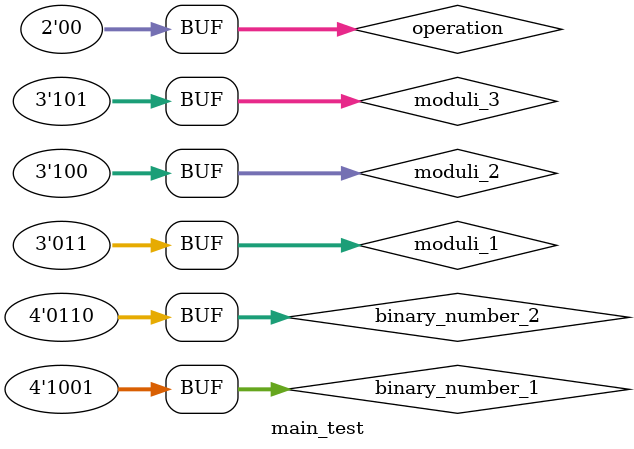
<source format=v>
`timescale 1ns / 1ps


module main_test;

	// Inputs
	reg [3:0] binary_number_1;
	reg [3:0] binary_number_2;
	reg [2:0] moduli_1;
	reg [2:0] moduli_2;
	reg [2:0] moduli_3;
	reg [1:0] operation;

	// Outputs
	wire [6:0] result;

	// Instantiate the Unit Under Test (UUT)
	main uut (
		.binary_number_1(binary_number_1), 
		.binary_number_2(binary_number_2), 
		.moduli_1(moduli_1), 
		.moduli_2(moduli_2), 
		.moduli_3(moduli_3), 
		.operation(operation), 
		.result(result)
	);

	initial begin
		// Initialize Inputs
		binary_number_1 = 4'b1001;
		binary_number_2 = 4'b0110;
		moduli_1 = 3'b011;
		moduli_2 = 3'b100;
		moduli_3 = 3'b101;
		operation = 2'b00;

		// Wait 100 ns for global reset to finish

		#100;
        
		// Add stimulus here

	end
      
endmodule


</source>
